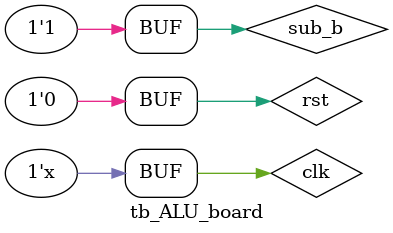
<source format=v>

`timescale 1ns/10ps //every delay is 1ns with 10ps of accuracy

module tb_ALU_board();

	//inputs
	reg [3:0] ra; //switch input set 1
	reg [3:0] rb; //switch input set 2
	reg clk;
	reg rst;
	reg add_b;
	reg sub_b;
	//output
	wire [7:0] ALU_output;
	


	alu_board UUT(.clock(clk), .reset(rst), .ra1(ra), .ra2(rb), .add_button(add_b), .sub_button(sub_b), .led_out(ALU_output));
	
	
	//intialize inputs
	initial begin
		ra <= 4'b0000;
		rb <= 4'b0000;
		clk <= 0;
		rst <= 0;
		add_b <= 1;
		sub_b <= 1; 
		//#25 rst=1;
	
	end
	
	//clock generate -50MHz(50ns period)
	always begin
		#10 clk= ~clk;
	end
	
	
	always@(posedge clk) begin
		
		/// Perform an add
		ra <= 4'b0001;
		rb <= 4'b0001;
		#500;
		add_b <= 1'b0;
		
		
		
		
	end

endmodule 
</source>
